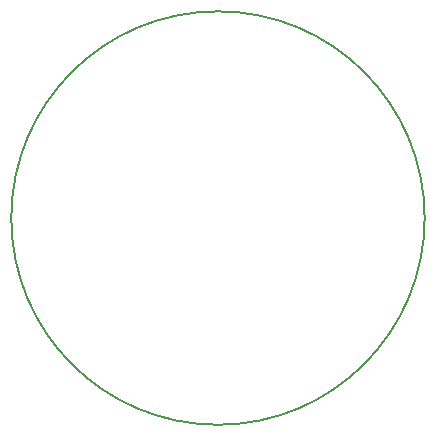
<source format=gbr>
G04 #@! TF.FileFunction,Profile,NP*
%FSLAX46Y46*%
G04 Gerber Fmt 4.6, Leading zero omitted, Abs format (unit mm)*
G04 Created by KiCad (PCBNEW 4.0.7+dfsg1-1ubuntu2) date Wed Aug 15 18:30:10 2018*
%MOMM*%
%LPD*%
G01*
G04 APERTURE LIST*
%ADD10C,0.100000*%
%ADD11C,0.150000*%
G04 APERTURE END LIST*
D10*
D11*
X17500000Y0D02*
G75*
G03X17500000Y0I-17500000J0D01*
G01*
M02*

</source>
